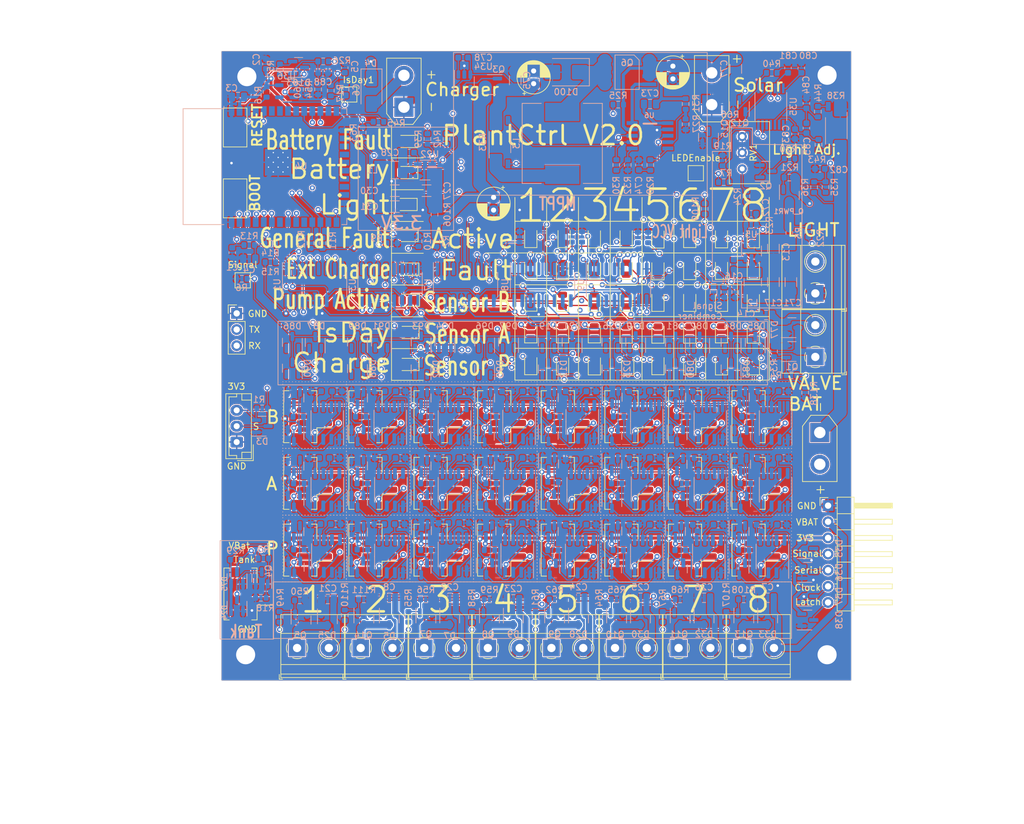
<source format=kicad_pcb>
(kicad_pcb (version 20221018) (generator pcbnew)

  (general
    (thickness 1.6)
  )

  (paper "A4")
  (layers
    (0 "F.Cu" signal)
    (1 "In1.Cu" signal)
    (2 "In2.Cu" signal)
    (31 "B.Cu" signal)
    (32 "B.Adhes" user "B.Adhesive")
    (33 "F.Adhes" user "F.Adhesive")
    (34 "B.Paste" user)
    (35 "F.Paste" user)
    (36 "B.SilkS" user "B.Silkscreen")
    (37 "F.SilkS" user "F.Silkscreen")
    (38 "B.Mask" user)
    (39 "F.Mask" user)
    (40 "Dwgs.User" user "User.Drawings")
    (41 "Cmts.User" user "User.Comments")
    (42 "Eco1.User" user "User.Eco1")
    (43 "Eco2.User" user "User.Eco2")
    (44 "Edge.Cuts" user)
    (45 "Margin" user)
    (46 "B.CrtYd" user "B.Courtyard")
    (47 "F.CrtYd" user "F.Courtyard")
    (48 "B.Fab" user)
    (49 "F.Fab" user)
  )

  (setup
    (stackup
      (layer "F.SilkS" (type "Top Silk Screen"))
      (layer "F.Paste" (type "Top Solder Paste"))
      (layer "F.Mask" (type "Top Solder Mask") (thickness 0.01))
      (layer "F.Cu" (type "copper") (thickness 0.035))
      (layer "dielectric 1" (type "prepreg") (thickness 0.1) (material "FR4") (epsilon_r 4.5) (loss_tangent 0.02))
      (layer "In1.Cu" (type "copper") (thickness 0.035))
      (layer "dielectric 2" (type "core") (thickness 1.24) (material "FR4") (epsilon_r 4.5) (loss_tangent 0.02))
      (layer "In2.Cu" (type "copper") (thickness 0.035))
      (layer "dielectric 3" (type "prepreg") (thickness 0.1) (material "FR4") (epsilon_r 4.5) (loss_tangent 0.02))
      (layer "B.Cu" (type "copper") (thickness 0.035))
      (layer "B.Mask" (type "Bottom Solder Mask") (thickness 0.01))
      (layer "B.Paste" (type "Bottom Solder Paste"))
      (layer "B.SilkS" (type "Bottom Silk Screen"))
      (copper_finish "HAL lead-free")
      (dielectric_constraints no)
    )
    (pad_to_mask_clearance 0.05)
    (aux_axis_origin 68.58 26.67)
    (grid_origin 68.58 26.67)
    (pcbplotparams
      (layerselection 0x003ffff_ffffffff)
      (plot_on_all_layers_selection 0x0000000_00000000)
      (disableapertmacros false)
      (usegerberextensions false)
      (usegerberattributes false)
      (usegerberadvancedattributes false)
      (creategerberjobfile false)
      (dashed_line_dash_ratio 12.000000)
      (dashed_line_gap_ratio 3.000000)
      (svgprecision 4)
      (plotframeref false)
      (viasonmask false)
      (mode 1)
      (useauxorigin false)
      (hpglpennumber 1)
      (hpglpenspeed 20)
      (hpglpendiameter 15.000000)
      (dxfpolygonmode true)
      (dxfimperialunits true)
      (dxfusepcbnewfont true)
      (psnegative false)
      (psa4output false)
      (plotreference true)
      (plotvalue true)
      (plotinvisibletext false)
      (sketchpadsonfab false)
      (subtractmaskfromsilk false)
      (outputformat 1)
      (mirror false)
      (drillshape 0)
      (scaleselection 1)
      (outputdirectory "gerber/")
    )
  )

  (net 0 "")
  (net 1 "Net-(U4-IO0)")
  (net 2 "Net-(U4-EN)")
  (net 3 "VBAT")
  (net 4 "GND")
  (net 5 "Net-(S_A_1-Pin_1)")
  (net 6 "Net-(U10-CV)")
  (net 7 "Net-(D2-A)")
  (net 8 "Net-(D12-A)")
  (net 9 "unconnected-(D12-K-Pad2)")
  (net 10 "3_3V")
  (net 11 "Temp")
  (net 12 "unconnected-(D19-K-Pad2)")
  (net 13 "Net-(S_B_1-Pin_1)")
  (net 14 "Net-(D21-A)")
  (net 15 "Net-(U22-BST)")
  (net 16 "Net-(PUMP2-Pin_1)")
  (net 17 "PUMP_ENABLE")
  (net 18 "TANK_SENSOR")
  (net 19 "Net-(PUMP3-Pin_1)")
  (net 20 "Net-(PUMP4-Pin_1)")
  (net 21 "Net-(PUMP1-Pin_1)")
  (net 22 "Net-(PUMP5-Pin_1)")
  (net 23 "Net-(PUMP6-Pin_1)")
  (net 24 "Net-(PUMP7-Pin_1)")
  (net 25 "Net-(PUMP8-Pin_1)")
  (net 26 "SerialOut")
  (net 27 "Clock")
  (net 28 "Latch")
  (net 29 "Net-(Q1-G)")
  (net 30 "unconnected-(D21-K-Pad2)")
  (net 31 "ESP_RX")
  (net 32 "ESP_TX")
  (net 33 "Net-(Boot1-Pad2)")
  (net 34 "SDA")
  (net 35 "SCL")
  (net 36 "unconnected-(D23-K-Pad2)")
  (net 37 "Net-(D26-A)")
  (net 38 "Net-(D10-K)")
  (net 39 "Net-(Q5-G)")
  (net 40 "unconnected-(D26-K-Pad2)")
  (net 41 "Net-(Q7-G)")
  (net 42 "Net-(Q8-G)")
  (net 43 "Net-(Q9-G)")
  (net 44 "Net-(Q10-G)")
  (net 45 "Net-(Q11-G)")
  (net 46 "Net-(Q4-G)")
  (net 47 "Net-(Q13-G)")
  (net 48 "Net-(Q14-G)")
  (net 49 "Net-(D78-A)")
  (net 50 "Net-(D79-A)")
  (net 51 "Net-(C5-Pad2)")
  (net 52 "unconnected-(D79-K-Pad2)")
  (net 53 "Net-(U11-CV)")
  (net 54 "Net-(D19-A)")
  (net 55 "PUMP1")
  (net 56 "Net-(D23-A)")
  (net 57 "PUMP3")
  (net 58 "Net-(D80-A)")
  (net 59 "Net-(R14-Pad2)")
  (net 60 "PUMP4")
  (net 61 "PUMP5")
  (net 62 "PUMP6")
  (net 63 "PUMP7")
  (net 64 "PUMP8")
  (net 65 "PUMP2")
  (net 66 "unconnected-(U4-SENSOR_VP-Pad4)")
  (net 67 "unconnected-(U4-IO34-Pad6)")
  (net 68 "unconnected-(U4-IO35-Pad7)")
  (net 69 "Net-(D78-K)")
  (net 70 "unconnected-(U4-IO14-Pad13)")
  (net 71 "unconnected-(U4-IO12-Pad14)")
  (net 72 "unconnected-(D80-K-Pad2)")
  (net 73 "unconnected-(U4-SHD{slash}SD2-Pad17)")
  (net 74 "unconnected-(U4-SWP{slash}SD3-Pad18)")
  (net 75 "unconnected-(U4-SCS{slash}CMD-Pad19)")
  (net 76 "unconnected-(U4-SCK{slash}CLK-Pad20)")
  (net 77 "unconnected-(U4-SDO{slash}SD0-Pad21)")
  (net 78 "unconnected-(U4-SDI{slash}SD1-Pad22)")
  (net 79 "unconnected-(U4-IO15-Pad23)")
  (net 80 "unconnected-(U4-IO5-Pad29)")
  (net 81 "SIGNAL")
  (net 82 "SerialIn")
  (net 83 "unconnected-(U4-NC-Pad32)")
  (net 84 "SENSOR1_PUMP_END")
  (net 85 "SENSOR1_A")
  (net 86 "SENSOR1_B")
  (net 87 "SENSOR2_PUMP_END")
  (net 88 "SENSOR2_A")
  (net 89 "SENSOR2_B")
  (net 90 "SENSOR3_PUMP_END")
  (net 91 "SENSOR3_A")
  (net 92 "SENSOR3_B")
  (net 93 "SENSOR4_PUMP_END")
  (net 94 "SENSOR4_A")
  (net 95 "SENSOR4_B")
  (net 96 "SENSOR5_PUMP_END")
  (net 97 "SENSOR5_A")
  (net 98 "SENSOR5_B")
  (net 99 "SENSOR6_PUMP_END")
  (net 100 "SENSOR6_A")
  (net 101 "SENSOR6_B")
  (net 102 "SENSOR7_PUMP_END")
  (net 103 "SENSOR7_A")
  (net 104 "SENSOR7_B")
  (net 105 "SENSOR8_PUMP_END")
  (net 106 "SENSOR8_A")
  (net 107 "SENSOR8_B")
  (net 108 "Net-(D10-A)")
  (net 109 "Net-(D2-K)")
  (net 110 "Net-(S_P_2-Pin_1)")
  (net 111 "Net-(U12-CV)")
  (net 112 "Net-(S_A_2-Pin_1)")
  (net 113 "Net-(U13-CV)")
  (net 114 "Net-(U2-CV)")
  (net 115 "Net-(S_B_2-Pin_1)")
  (net 116 "Net-(U14-CV)")
  (net 117 "Net-(S_P_3-Pin_1)")
  (net 118 "Net-(U15-CV)")
  (net 119 "Net-(S_A_3-Pin_1)")
  (net 120 "Net-(U16-CV)")
  (net 121 "Net-(S_B_3-Pin_1)")
  (net 122 "Net-(U17-CV)")
  (net 123 "Net-(S_P_4-Pin_1)")
  (net 124 "Net-(U18-CV)")
  (net 125 "Net-(S_A_4-Pin_1)")
  (net 126 "Net-(U19-CV)")
  (net 127 "Net-(S_B_4-Pin_1)")
  (net 128 "Net-(U20-CV)")
  (net 129 "Net-(S_P_5-Pin_1)")
  (net 130 "Net-(U21-CV)")
  (net 131 "Net-(S_A_5-Pin_1)")
  (net 132 "Net-(U23-CV)")
  (net 133 "Net-(P_FAULT1-K)")
  (net 134 "Net-(P_FAULT2-K)")
  (net 135 "Net-(P_FAULT3-K)")
  (net 136 "Net-(P_FAULT4-K)")
  (net 137 "Net-(P_FAULT5-K)")
  (net 138 "Net-(P_FAULT6-K)")
  (net 139 "Net-(P_FAULT7-K)")
  (net 140 "Net-(P_FAULT8-K)")
  (net 141 "Net-(S_B_5-Pin_1)")
  (net 142 "Net-(U24-CV)")
  (net 143 "Net-(S_P_6-Pin_1)")
  (net 144 "Net-(U25-CV)")
  (net 145 "Net-(S_A_6-Pin_1)")
  (net 146 "Net-(U26-CV)")
  (net 147 "Net-(S_B_6-Pin_1)")
  (net 148 "Net-(U27-CV)")
  (net 149 "Net-(S_P_7-Pin_1)")
  (net 150 "Net-(U28-CV)")
  (net 151 "Net-(S_A_7-Pin_1)")
  (net 152 "Net-(U29-CV)")
  (net 153 "Net-(S_B_7-Pin_1)")
  (net 154 "Net-(U30-CV)")
  (net 155 "Net-(S_P_8-Pin_1)")
  (net 156 "Net-(U31-CV)")
  (net 157 "Net-(S_A_8-Pin_1)")
  (net 158 "Net-(U32-CV)")
  (net 159 "Net-(S_B_8-Pin_1)")
  (net 160 "Net-(U33-CV)")
  (net 161 "Net-(S_P_1-Pin_1)")
  (net 162 "Net-(S_P_1-Pin_2)")
  (net 163 "Net-(S_A_1-Pin_2)")
  (net 164 "Net-(S_B_1-Pin_2)")
  (net 165 "Net-(S_P_2-Pin_2)")
  (net 166 "Net-(S_A_2-Pin_2)")
  (net 167 "Net-(S_B_2-Pin_2)")
  (net 168 "Net-(S_P_3-Pin_2)")
  (net 169 "Net-(S_A_3-Pin_2)")
  (net 170 "Net-(S_B_3-Pin_2)")
  (net 171 "Net-(S_P_4-Pin_2)")
  (net 172 "Net-(S_A_4-Pin_2)")
  (net 173 "Net-(S_B_4-Pin_2)")
  (net 174 "Net-(S_P_5-Pin_2)")
  (net 175 "Net-(S_A_5-Pin_2)")
  (net 176 "Net-(S_B_5-Pin_2)")
  (net 177 "Net-(S_P_6-Pin_2)")
  (net 178 "Net-(S_A_6-Pin_2)")
  (net 179 "Net-(S_B_6-Pin_2)")
  (net 180 "Net-(S_P_7-Pin_2)")
  (net 181 "Net-(S_A_7-Pin_2)")
  (net 182 "Net-(S_B_7-Pin_2)")
  (net 183 "Net-(S_P_8-Pin_2)")
  (net 184 "Net-(S_A_8-Pin_2)")
  (net 185 "Net-(S_B_8-Pin_2)")
  (net 186 "Net-(D81-A)")
  (net 187 "unconnected-(D81-K-Pad2)")
  (net 188 "Net-(D82-A)")
  (net 189 "unconnected-(D82-K-Pad2)")
  (net 190 "Net-(D83-A)")
  (net 191 "unconnected-(D83-K-Pad2)")
  (net 192 "Net-(D84-A)")
  (net 193 "unconnected-(D84-K-Pad2)")
  (net 194 "Net-(D85-A)")
  (net 195 "unconnected-(D85-K-Pad2)")
  (net 196 "Net-(D86-A)")
  (net 197 "unconnected-(D86-K-Pad2)")
  (net 198 "Net-(D87-A)")
  (net 199 "unconnected-(D87-K-Pad2)")
  (net 200 "Net-(D88-A)")
  (net 201 "unconnected-(D88-K-Pad2)")
  (net 202 "Net-(D89-A)")
  (net 203 "unconnected-(D89-K-Pad2)")
  (net 204 "Net-(D90-A)")
  (net 205 "unconnected-(D90-K-Pad2)")
  (net 206 "Net-(D91-A)")
  (net 207 "unconnected-(D91-K-Pad2)")
  (net 208 "Net-(D92-A)")
  (net 209 "unconnected-(D92-K-Pad2)")
  (net 210 "unconnected-(U2-DIS-Pad7)")
  (net 211 "unconnected-(U10-DIS-Pad7)")
  (net 212 "unconnected-(U11-DIS-Pad7)")
  (net 213 "unconnected-(U12-DIS-Pad7)")
  (net 214 "unconnected-(U13-DIS-Pad7)")
  (net 215 "unconnected-(U14-DIS-Pad7)")
  (net 216 "unconnected-(U15-DIS-Pad7)")
  (net 217 "unconnected-(U16-DIS-Pad7)")
  (net 218 "unconnected-(U17-DIS-Pad7)")
  (net 219 "unconnected-(U18-DIS-Pad7)")
  (net 220 "unconnected-(U19-DIS-Pad7)")
  (net 221 "unconnected-(U20-DIS-Pad7)")
  (net 222 "unconnected-(U21-DIS-Pad7)")
  (net 223 "unconnected-(U23-DIS-Pad7)")
  (net 224 "unconnected-(U24-DIS-Pad7)")
  (net 225 "unconnected-(U25-DIS-Pad7)")
  (net 226 "unconnected-(U26-DIS-Pad7)")
  (net 227 "unconnected-(U27-DIS-Pad7)")
  (net 228 "unconnected-(U28-DIS-Pad7)")
  (net 229 "unconnected-(U29-DIS-Pad7)")
  (net 230 "unconnected-(U30-DIS-Pad7)")
  (net 231 "unconnected-(U31-DIS-Pad7)")
  (net 232 "unconnected-(U32-DIS-Pad7)")
  (net 233 "unconnected-(U33-DIS-Pad7)")
  (net 234 "IsDay")
  (net 235 "S_VIN")
  (net 236 "Net-(D93-A)")
  (net 237 "unconnected-(D93-K-Pad2)")
  (net 238 "Net-(D94-A)")
  (net 239 "unconnected-(D94-K-Pad2)")
  (net 240 "Net-(D95-A)")
  (net 241 "unconnected-(D95-K-Pad2)")
  (net 242 "Net-(D96-A)")
  (net 243 "unconnected-(D96-K-Pad2)")
  (net 244 "Net-(D97-A)")
  (net 245 "unconnected-(D97-K-Pad2)")
  (net 246 "Net-(P_FAULT1-A)")
  (net 247 "Net-(P_FAULT2-A)")
  (net 248 "Net-(P_FAULT3-A)")
  (net 249 "Net-(P_FAULT4-A)")
  (net 250 "Net-(P_FAULT5-A)")
  (net 251 "Net-(P_FAULT6-A)")
  (net 252 "Net-(P_FAULT7-A)")
  (net 253 "Net-(P_FAULT8-A)")
  (net 254 "5K_VBAT")
  (net 255 "1K_GND")
  (net 256 "Net-(U1-QH')")
  (net 257 "Net-(U3-QH')")
  (net 258 "Net-(U7-QH')")
  (net 259 "Net-(U8-QH')")
  (net 260 "/Light_In")
  (net 261 "Net-(U5-BST)")
  (net 262 "Net-(Q2-G)")
  (net 263 "Net-(Q2-D)")
  (net 264 "Net-(Q_PWR1-G)")
  (net 265 "Net-(Q_PWR1-D)")
  (net 266 "LED_ENABLE")
  (net 267 "Net-(I2C3-A)")
  (net 268 "Net-(R24-Pad2)")
  (net 269 "Net-(U5-FB)")
  (net 270 "/Light+")
  (net 271 "Net-(U6-VG)")
  (net 272 "Net-(C74-Pad1)")
  (net 273 "Net-(D98-K)")
  (net 274 "Net-(D98-A)")
  (net 275 "Net-(D100-K)")
  (net 276 "Net-(L3-Pad2)")
  (net 277 "Net-(Q6-G)")
  (net 278 "Net-(U6-MPPT)")
  (net 279 "Net-(U6-COM)")
  (net 280 "Net-(U6-BAT)")
  (net 281 "Net-(U6-FB)")
  (net 282 "Net-(U6-CSP)")
  (net 283 "/3_3IN")
  (net 284 "/Light_cool")
  (net 285 "/3_3V_cool")
  (net 286 "Net-(Q3-S)")
  (net 287 "Net-(U34-VCAP)")
  (net 288 "Net-(Q3-G)")
  (net 289 "Net-(J3-Pin_1)")
  (net 290 "ENABLE_TANK")
  (net 291 "Net-(battery1-Pin_1)")
  (net 292 "Net-(U35-BAT)")
  (net 293 "Net-(U35-SRP)")
  (net 294 "Net-(U35-SRN)")
  (net 295 "Net-(D76-K)")
  (net 296 "Net-(D76-A)")
  (net 297 "Net-(D13-K)")
  (net 298 "Net-(D13-A)")
  (net 299 "Net-(R38-Pad2)")
  (net 300 "Net-(R38-Pad3)")
  (net 301 "BAT_LED")
  (net 302 "BAT_ALERT")
  (net 303 "unconnected-(U35-VEN-Pad2)")
  (net 304 "unconnected-(U35-P6{slash}TS-Pad11)")
  (net 305 "unconnected-(U35-P5{slash}HDQ-Pad12)")
  (net 306 "REG25")
  (net 307 "EXT_3V3")
  (net 308 "EXT_12V")
  (net 309 "Net-(C88-Pad1)")
  (net 310 "Net-(U36-+)")
  (net 311 "Net-(U36--)")
  (net 312 "Net-(D11-A)")
  (net 313 "Net-(U4-IO25)")

  (footprint "Button_Switch_SMD:SW_SPST_CK_RS282G05A3" (layer "F.Cu") (at 172.33 52.67 90))

  (footprint "LED_SMD:LED_0805_2012Metric" (layer "F.Cu") (at 228.83 84.8825 90))

  (footprint "LED_SMD:LED_0805_2012Metric" (layer "F.Cu") (at 233.83 79.8825 90))

  (footprint "Connector_AMASS:AMASS_XT30UPB-M_1x02_P5.0mm_Vertical" (layer "F.Cu") (at 247.28 49.07 90))

  (footprint "LED_SMD:LED_0805_2012Metric" (layer "F.Cu") (at 199.53 74.9575 180))

  (footprint "Button_Switch_SMD:SW_SPST_CK_RS282G05A3" (layer "F.Cu") (at 172.33 63.82 -90))

  (footprint "LED_SMD:LED_0805_2012Metric" (layer "F.Cu") (at 218.83 74.8825 90))

  (footprint "Connector_JST:JST_PH_B2B-PH-SM4-TB_1x02-1MP_P2.00mm_Vertical" (layer "F.Cu") (at 224.83 119.17 90))

  (footprint "LED_SMD:LED_0805_2012Metric" (layer "F.Cu") (at 228.83 74.92 90))

  (footprint "Connector_JST:JST_PH_B2B-PH-SM4-TB_1x02-1MP_P2.00mm_Vertical" (layer "F.Cu") (at 244.83 98.17 90))

  (footprint "LED_SMD:LED_0805_2012Metric" (layer "F.Cu") (at 218.83 79.8825 90))

  (footprint "Connector_AMASS:AMASS_XT30UPB-F_1x02_P5.0mm_Vertical" (layer "F.Cu") (at 264.28 100.67 -90))

  (footprint "LED_SMD:LED_0805_2012Metric" (layer "F.Cu") (at 223.83 79.92 90))

  (footprint "Connector_JST:JST_PH_B2B-PH-SM4-TB_1x02-1MP_P2.00mm_Vertical" (layer "F.Cu") (at 254.83 108.67 90))

  (footprint "TerminalBlock_Phoenix:TerminalBlock_Phoenix_MKDS-1,5-2_1x02_P5.00mm_Horizontal" (layer "F.Cu") (at 232.08 134.575))

  (footprint "TerminalBlock_Phoenix:TerminalBlock_Phoenix_MKDS-1,5-2_1x02_P5.00mm_Horizontal" (layer "F.Cu") (at 242.08 134.575))

  (footprint "TerminalBlock_Phoenix:TerminalBlock_Phoenix_MKDS-1,5-2_1x02_P5.00mm_Horizontal" (layer "F.Cu") (at 263.58 88.77 90))

  (footprint "Connector_JST:JST_PH_B2B-PH-SM4-TB_1x02-1MP_P2.00mm_Vertical" (layer "F.Cu") (at 194.58 98.17 90))

  (footprint "Connector_JST:JST_EH_B3B-EH-A_1x03_P2.50mm_Vertical" (layer "F.Cu") (at 172.58 102.17 90))

  (footprint "LED_SMD:LED_0805_2012Metric" (layer "F.Cu") (at 238.83 84.92 90))

  (footprint "LED_SMD:LED_0805_2012Metric" (layer "F.Cu") (at 199.43 69.6575 180))

  (footprint "Connector_PinHeader_2.54mm:PinHeader_1x07_P2.54mm_Horizontal" (layer "F.Cu") (at 265.58 112.17))

  (footprint "LED_SMD:LED_0805_2012Metric" (layer "F.Cu") (at 243.83 69.8825 90))

  (footprint "Connector_JST:JST_PH_B2B-PH-SM4-TB_1x02-1MP_P2.00mm_Vertical" (layer "F.Cu") (at 244.83 119.17 90))

  (footprint "LED_SMD:LED_0805_2012Metric" (layer "F.Cu") (at 233.83 74.8825 90))

  (footprint "LED_SMD:LED_0805_2012Metric" (layer "F.Cu") (at 233.83 84.92 90))

  (footprint "LED_SMD:LED_0805_2012Metric" (layer "F.Cu") (at 243.83 74.92 90))

  (footprint "Connector_JST:JST_PH_B2B-PH-SM4-TB_1x02-1MP_P2.00mm_Vertical" (layer "F.Cu") (at 224.83 108.67 90))

  (footprint "LED_SMD:LED_0805_2012Metric" (layer "F.Cu") (at 218.83 84.8825 90))

  (footprint "TerminalBlock_Phoenix:TerminalBlock_Phoenix_MKDS-1,5-2_1x02_P5.00mm_Horizontal" (layer "F.Cu") (at 222.08 134.575))

  (footprint "LED_SMD:LED_0805_2012Metric" (layer "F.Cu") (at 224.08 69.8825 90))

  (footprint "LED_SMD:LED_0805_2012Metric" (layer "F.Cu") (at 199.38 59.7575 180))

  (footprint "Connector_JST:JST_PH_B2B-PH-SM4-TB_1x02-1MP_P2.00mm_Vertical" (layer "F.Cu") (at 184.33 119.17 90))

  (footprint "LED_SMD:LED_0805_2012Metric" (layer "F.Cu") (at 218.83 89.8825 90))

  (footprint "LED_SMD:LED_0805_2012Metric" (layer "F.Cu") (at 248.83 84.8825 90))

  (footprint "TestPoint:TestPoint_Pad_2.0x2.0mm" (layer "F.Cu") (at 244.78 59.87 180))

  (footprint "TerminalBlock_Phoenix:Te
... [5996421 chars truncated]
</source>
